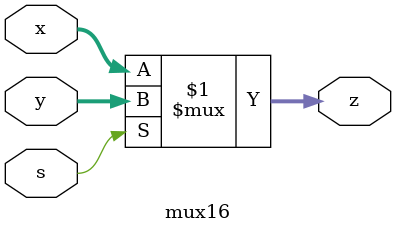
<source format=v>
module mux16(input wire [15:0] x, y,
input wire s,
output wire [15:0] z);

assign z = s ? y : x; // s=1,z<-y; s=0,z<-x
endmodule

</source>
